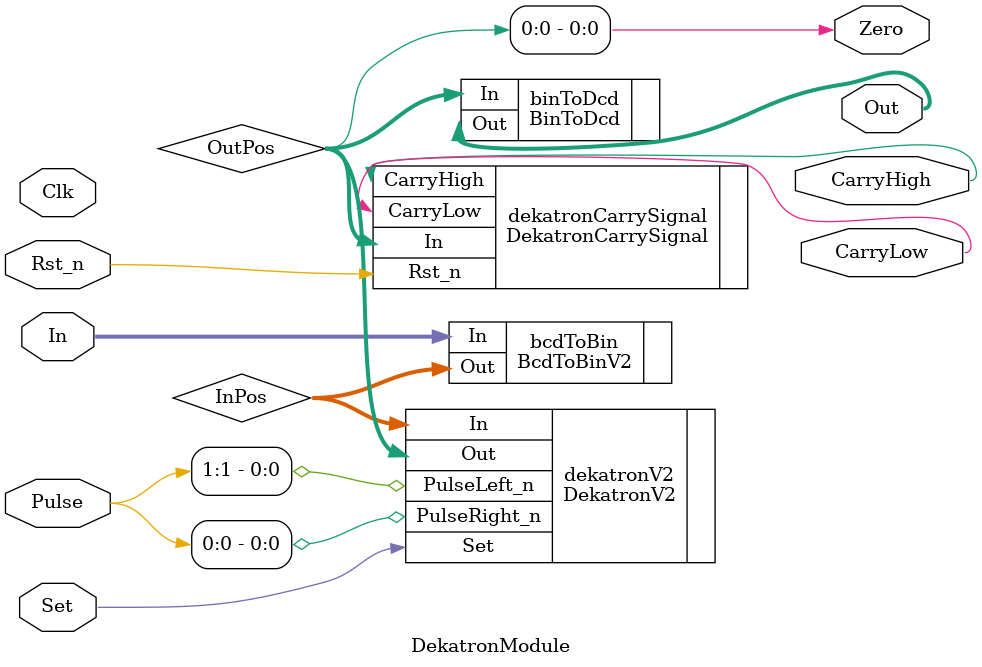
<source format=sv>
module DekatronModule(
    input wire Clk,
    input wire Rst_n,
    input wire Set,
    input wire[1:0] Pulse,
    input wire[3:0] In,
    output wire[3:0] Out,
    output wire Zero,
    output wire CarryLow,
    output wire CarryHigh
);

wire [9:0] InPos;
wire[9:0] OutPos;
assign Zero = OutPos[0];

BcdToBinV2 bcdToBin(
    .In(In),
    .Out(InPos)
);

DekatronV2 dekatronV2(
    .PulseRight_n(Pulse[0]),
    .PulseLeft_n(Pulse[1]),
    .Set(Set),
    .In(InPos),
    .Out(OutPos)
);

BinToDcd binToDcd(
    .In(OutPos),
    .Out(Out)
);

DekatronCarrySignal  dekatronCarrySignal(
    .Rst_n(Rst_n),
    .In(OutPos),
    .CarryLow(CarryLow),
    .CarryHigh(CarryHigh)
); 

endmodule
</source>
